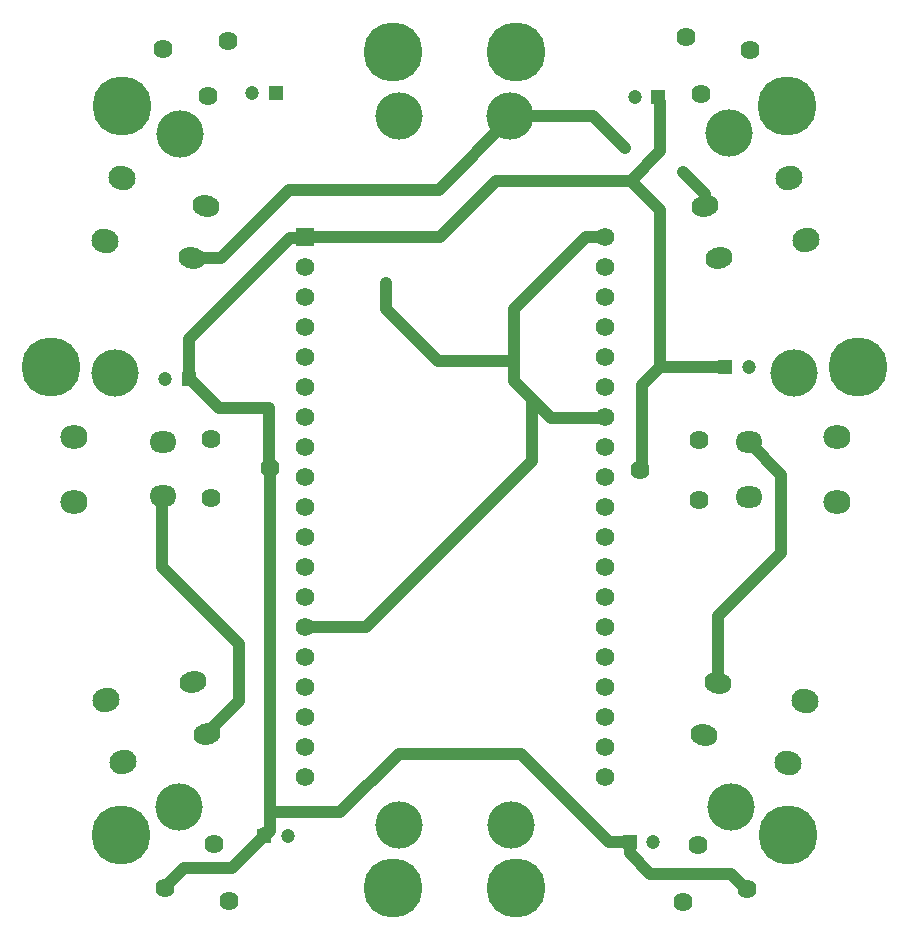
<source format=gbr>
%TF.GenerationSoftware,KiCad,Pcbnew,(6.0.2-0)*%
%TF.CreationDate,2022-03-08T15:03:46+01:00*%
%TF.ProjectId,ESP_aux_breakout,4553505f-6175-4785-9f62-7265616b6f75,rev?*%
%TF.SameCoordinates,Original*%
%TF.FileFunction,Copper,L2,Bot*%
%TF.FilePolarity,Positive*%
%FSLAX46Y46*%
G04 Gerber Fmt 4.6, Leading zero omitted, Abs format (unit mm)*
G04 Created by KiCad (PCBNEW (6.0.2-0)) date 2022-03-08 15:03:46*
%MOMM*%
%LPD*%
G01*
G04 APERTURE LIST*
G04 Aperture macros list*
%AMHorizOval*
0 Thick line with rounded ends*
0 $1 width*
0 $2 $3 position (X,Y) of the first rounded end (center of the circle)*
0 $4 $5 position (X,Y) of the second rounded end (center of the circle)*
0 Add line between two ends*
20,1,$1,$2,$3,$4,$5,0*
0 Add two circle primitives to create the rounded ends*
1,1,$1,$2,$3*
1,1,$1,$4,$5*%
G04 Aperture macros list end*
%TA.AperFunction,ComponentPad*%
%ADD10C,5.000000*%
%TD*%
%TA.AperFunction,ComponentPad*%
%ADD11C,4.000000*%
%TD*%
%TA.AperFunction,ComponentPad*%
%ADD12R,1.200000X1.200000*%
%TD*%
%TA.AperFunction,ComponentPad*%
%ADD13C,1.200000*%
%TD*%
%TA.AperFunction,ComponentPad*%
%ADD14C,1.560000*%
%TD*%
%TA.AperFunction,ComponentPad*%
%ADD15R,1.560000X1.560000*%
%TD*%
%TA.AperFunction,ComponentPad*%
%ADD16HorizOval,2.000000X-0.144889X0.038823X0.144889X-0.038823X0*%
%TD*%
%TA.AperFunction,ComponentPad*%
%ADD17HorizOval,1.800000X-0.241481X0.064705X0.241481X-0.064705X0*%
%TD*%
%TA.AperFunction,ComponentPad*%
%ADD18O,2.300000X2.000000*%
%TD*%
%TA.AperFunction,ComponentPad*%
%ADD19O,2.300000X1.800000*%
%TD*%
%TA.AperFunction,ComponentPad*%
%ADD20HorizOval,2.000000X0.144889X0.038823X-0.144889X-0.038823X0*%
%TD*%
%TA.AperFunction,ComponentPad*%
%ADD21HorizOval,1.800000X0.241481X0.064705X-0.241481X-0.064705X0*%
%TD*%
%TA.AperFunction,ComponentPad*%
%ADD22HorizOval,2.000000X-0.144889X-0.038823X0.144889X0.038823X0*%
%TD*%
%TA.AperFunction,ComponentPad*%
%ADD23HorizOval,1.800000X-0.241481X-0.064705X0.241481X0.064705X0*%
%TD*%
%TA.AperFunction,ComponentPad*%
%ADD24C,1.620000*%
%TD*%
%TA.AperFunction,ViaPad*%
%ADD25C,0.800000*%
%TD*%
%TA.AperFunction,Conductor*%
%ADD26C,1.000000*%
%TD*%
G04 APERTURE END LIST*
D10*
%TO.P,U5,2*%
%TO.N,N/C*%
X163523488Y-47102796D03*
D11*
%TO.P,U5,1*%
%TO.N,Net-(C4-Pad2)*%
X158670000Y-49470000D03*
%TD*%
D12*
%TO.P,C1,1*%
%TO.N,Net-(C1-Pad1)*%
X120280000Y-46010000D03*
D13*
%TO.P,C1,2*%
%TO.N,Net-(C1-Pad2)*%
X118280000Y-46010000D03*
%TD*%
D14*
%TO.P,U1,38*%
%TO.N,Net-(U1-Pad38)*%
X148170000Y-103920000D03*
%TO.P,U1,37*%
%TO.N,Net-(U1-Pad37)*%
X148170000Y-101380000D03*
%TO.P,U1,36*%
%TO.N,Net-(U1-Pad36)*%
X148170000Y-98840000D03*
%TO.P,U1,35*%
%TO.N,Net-(U1-Pad35)*%
X148170000Y-96300000D03*
%TO.P,U1,34*%
%TO.N,Net-(U1-Pad34)*%
X148170000Y-93760000D03*
%TO.P,U1,33*%
%TO.N,Net-(U1-Pad33)*%
X148170000Y-91220000D03*
%TO.P,U1,32*%
%TO.N,Net-(U1-Pad32)*%
X148170000Y-88680000D03*
%TO.P,U1,31*%
%TO.N,Net-(U1-Pad31)*%
X148170000Y-86140000D03*
%TO.P,U1,30*%
%TO.N,Net-(U1-Pad30)*%
X148170000Y-83600000D03*
%TO.P,U1,29*%
%TO.N,Net-(U1-Pad29)*%
X148170000Y-81060000D03*
%TO.P,U1,28*%
%TO.N,Net-(U1-Pad28)*%
X148170000Y-78520000D03*
%TO.P,U1,27*%
%TO.N,Net-(U1-Pad27)*%
X148170000Y-75980000D03*
%TO.P,U1,26*%
%TO.N,Net-(J1-PadS)*%
X148170000Y-73440000D03*
%TO.P,U1,25*%
%TO.N,Net-(U1-Pad25)*%
X148170000Y-70900000D03*
%TO.P,U1,24*%
%TO.N,Net-(U1-Pad24)*%
X148170000Y-68360000D03*
%TO.P,U1,23*%
%TO.N,Net-(U1-Pad23)*%
X148170000Y-65820000D03*
%TO.P,U1,22*%
%TO.N,Net-(U1-Pad22)*%
X148170000Y-63280000D03*
%TO.P,U1,21*%
%TO.N,Net-(U1-Pad21)*%
X148170000Y-60740000D03*
%TO.P,U1,20*%
%TO.N,Net-(J1-PadS)*%
X148170000Y-58200000D03*
%TO.P,U1,18*%
%TO.N,Net-(U1-Pad18)*%
X122770000Y-101380000D03*
%TO.P,U1,17*%
%TO.N,Net-(U1-Pad17)*%
X122770000Y-98840000D03*
%TO.P,U1,16*%
%TO.N,Net-(U1-Pad16)*%
X122770000Y-96300000D03*
%TO.P,U1,15*%
%TO.N,Net-(U1-Pad15)*%
X122770000Y-93760000D03*
%TO.P,U1,14*%
%TO.N,Net-(J1-PadS)*%
X122770000Y-91220000D03*
%TO.P,U1,13*%
%TO.N,Net-(U1-Pad13)*%
X122770000Y-88680000D03*
%TO.P,U1,12*%
%TO.N,Net-(U1-Pad12)*%
X122770000Y-86140000D03*
%TO.P,U1,11*%
%TO.N,Net-(U1-Pad11)*%
X122770000Y-83600000D03*
%TO.P,U1,10*%
%TO.N,Net-(U1-Pad10)*%
X122770000Y-81060000D03*
%TO.P,U1,9*%
%TO.N,Net-(U1-Pad9)*%
X122770000Y-78520000D03*
%TO.P,U1,8*%
%TO.N,Net-(C6-Pad2)*%
X122770000Y-75980000D03*
%TO.P,U1,7*%
%TO.N,Net-(C5-Pad2)*%
X122770000Y-73440000D03*
%TO.P,U1,6*%
%TO.N,Net-(C4-Pad2)*%
X122770000Y-70900000D03*
%TO.P,U1,5*%
%TO.N,Net-(C3-Pad2)*%
X122770000Y-68360000D03*
%TO.P,U1,4*%
%TO.N,Net-(C2-Pad2)*%
X122770000Y-65820000D03*
%TO.P,U1,3*%
%TO.N,Net-(C1-Pad2)*%
X122770000Y-63280000D03*
%TO.P,U1,19*%
%TO.N,Net-(U1-Pad19)*%
X122770000Y-103920000D03*
%TO.P,U1,2*%
%TO.N,Net-(U1-Pad2)*%
X122770000Y-60740000D03*
D15*
%TO.P,U1,1*%
%TO.N,Net-(C1-Pad1)*%
X122770000Y-58200000D03*
%TD*%
D16*
%TO.P,J1,T*%
%TO.N,Net-(C1-Pad2)*%
X107253505Y-53227408D03*
X105830000Y-58540000D03*
D17*
%TO.P,J1,S*%
%TO.N,Net-(J1-PadS)*%
X113190912Y-60046476D03*
%TO.P,J1,R*%
%TO.N,Net-(J1-PadR)*%
X114381480Y-55603217D03*
%TD*%
D12*
%TO.P,C2,1*%
%TO.N,Net-(C1-Pad1)*%
X112880000Y-70270000D03*
D13*
%TO.P,C2,2*%
%TO.N,Net-(C2-Pad2)*%
X110880000Y-70270000D03*
%TD*%
D12*
%TO.P,C3,1*%
%TO.N,Net-(C1-Pad1)*%
X119250000Y-108950000D03*
D13*
%TO.P,C3,2*%
%TO.N,Net-(C3-Pad2)*%
X121250000Y-108950000D03*
%TD*%
D12*
%TO.P,C4,1*%
%TO.N,Net-(C1-Pad1)*%
X152640000Y-46390000D03*
D13*
%TO.P,C4,2*%
%TO.N,Net-(C4-Pad2)*%
X150640000Y-46390000D03*
%TD*%
D12*
%TO.P,C5,1*%
%TO.N,Net-(C1-Pad1)*%
X158320000Y-69210000D03*
D13*
%TO.P,C5,2*%
%TO.N,Net-(C5-Pad2)*%
X160320000Y-69210000D03*
%TD*%
D12*
%TO.P,C6,1*%
%TO.N,Net-(C1-Pad1)*%
X150220000Y-109450000D03*
D13*
%TO.P,C6,2*%
%TO.N,Net-(C6-Pad2)*%
X152220000Y-109450000D03*
%TD*%
D18*
%TO.P,J2,T*%
%TO.N,Net-(C2-Pad2)*%
X103180000Y-75140000D03*
X103180000Y-80640000D03*
D19*
%TO.P,J2,S*%
%TO.N,Net-(J1-PadS)*%
X110680000Y-80190000D03*
%TO.P,J2,R*%
%TO.N,Net-(J2-PadR)*%
X110680000Y-75590000D03*
%TD*%
D20*
%TO.P,J3,T*%
%TO.N,Net-(C3-Pad2)*%
X105866495Y-97407408D03*
X107290000Y-102720000D03*
D21*
%TO.P,J3,S*%
%TO.N,Net-(J1-PadS)*%
X114417975Y-100344191D03*
%TO.P,J3,R*%
%TO.N,Net-(J3-PadR)*%
X113227408Y-95900932D03*
%TD*%
D22*
%TO.P,J4,T*%
%TO.N,Net-(C4-Pad2)*%
X165123505Y-58512592D03*
X163700000Y-53200000D03*
D23*
%TO.P,J4,S*%
%TO.N,Net-(J1-PadS)*%
X156572025Y-55575809D03*
%TO.P,J4,R*%
%TO.N,Net-(J4-PadR)*%
X157762592Y-60019068D03*
%TD*%
D18*
%TO.P,J5,T*%
%TO.N,Net-(C5-Pad2)*%
X167800000Y-80670000D03*
X167800000Y-75170000D03*
D19*
%TO.P,J5,S*%
%TO.N,Net-(J1-PadS)*%
X160300000Y-75620000D03*
%TO.P,J5,R*%
%TO.N,Net-(J5-PadR)*%
X160300000Y-80220000D03*
%TD*%
D16*
%TO.P,J6,T*%
%TO.N,Net-(C6-Pad2)*%
X163656495Y-102802592D03*
X165080000Y-97490000D03*
D17*
%TO.P,J6,S*%
%TO.N,Net-(J1-PadS)*%
X157719088Y-95983524D03*
%TO.P,J6,R*%
%TO.N,Net-(J6-PadR)*%
X156528520Y-100426783D03*
%TD*%
D24*
%TO.P,RV1,3*%
%TO.N,Net-(C1-Pad2)*%
X114529899Y-46338463D03*
%TO.P,RV1,2*%
%TO.N,Net-(C1-Pad1)*%
X110686487Y-42279131D03*
%TO.P,RV1,1*%
%TO.N,Net-(RV1-Pad1)*%
X116240000Y-41640000D03*
%TD*%
%TO.P,RV2,3*%
%TO.N,Net-(C2-Pad2)*%
X114780000Y-75300000D03*
%TO.P,RV2,2*%
%TO.N,Net-(C1-Pad1)*%
X119780000Y-77800000D03*
%TO.P,RV2,1*%
%TO.N,Net-(RV2-Pad1)*%
X114780000Y-80300000D03*
%TD*%
%TO.P,RV3,3*%
%TO.N,Net-(C3-Pad2)*%
X116314095Y-114479629D03*
%TO.P,RV3,2*%
%TO.N,Net-(C1-Pad1)*%
X110837418Y-113358910D03*
%TO.P,RV3,1*%
%TO.N,Net-(RV3-Pad1)*%
X115020000Y-109650000D03*
%TD*%
%TO.P,RV4,3*%
%TO.N,Net-(C4-Pad2)*%
X154955905Y-41280371D03*
%TO.P,RV4,2*%
%TO.N,Net-(C1-Pad1)*%
X160432582Y-42401090D03*
%TO.P,RV4,1*%
%TO.N,Net-(RV4-Pad1)*%
X156250000Y-46110000D03*
%TD*%
%TO.P,RV5,3*%
%TO.N,Net-(C5-Pad2)*%
X156110000Y-80460000D03*
%TO.P,RV5,2*%
%TO.N,Net-(C1-Pad1)*%
X151110000Y-77960000D03*
%TO.P,RV5,1*%
%TO.N,Net-(RV5-Pad1)*%
X156110000Y-75460000D03*
%TD*%
%TO.P,RV6,3*%
%TO.N,Net-(C6-Pad2)*%
X155997418Y-109711090D03*
%TO.P,RV6,2*%
%TO.N,Net-(C1-Pad1)*%
X160180000Y-113420000D03*
%TO.P,RV6,1*%
%TO.N,Net-(RV6-Pad1)*%
X154703323Y-114540719D03*
%TD*%
D10*
%TO.P,U2,2*%
%TO.N,N/C*%
X107256512Y-47112796D03*
D11*
%TO.P,U2,1*%
%TO.N,Net-(C1-Pad2)*%
X112110000Y-49480000D03*
%TD*%
D10*
%TO.P,U3,2*%
%TO.N,N/C*%
X101240549Y-69269359D03*
D11*
%TO.P,U3,1*%
%TO.N,Net-(C2-Pad2)*%
X106620000Y-69740000D03*
%TD*%
D10*
%TO.P,U4,2*%
%TO.N,N/C*%
X107176512Y-108837204D03*
D11*
%TO.P,U4,1*%
%TO.N,Net-(C3-Pad2)*%
X112030000Y-106470000D03*
%TD*%
D10*
%TO.P,U6,2*%
%TO.N,N/C*%
X169519451Y-69269359D03*
D11*
%TO.P,U6,1*%
%TO.N,Net-(C5-Pad2)*%
X164140000Y-69740000D03*
%TD*%
D10*
%TO.P,U7,2*%
%TO.N,N/C*%
X163643488Y-108867204D03*
D11*
%TO.P,U7,1*%
%TO.N,Net-(C6-Pad2)*%
X158790000Y-106500000D03*
%TD*%
D10*
%TO.P,U8,2*%
%TO.N,N/C*%
X130199359Y-42570549D03*
D11*
%TO.P,U8,1*%
%TO.N,Net-(C1-Pad1)*%
X130670000Y-47950000D03*
%TD*%
D10*
%TO.P,U9,2*%
%TO.N,N/C*%
X130189359Y-113359451D03*
D11*
%TO.P,U9,1*%
%TO.N,Net-(U1-Pad19)*%
X130660000Y-107980000D03*
%TD*%
D10*
%TO.P,U10,2*%
%TO.N,N/C*%
X140580641Y-42570549D03*
D11*
%TO.P,U10,1*%
%TO.N,Net-(J1-PadS)*%
X140110000Y-47950000D03*
%TD*%
D10*
%TO.P,U11,2*%
%TO.N,N/C*%
X140610641Y-113359451D03*
D11*
%TO.P,U11,1*%
%TO.N,Net-(J1-PadS)*%
X140140000Y-107980000D03*
%TD*%
D25*
%TO.N,Net-(J1-PadS)*%
X154740000Y-52750000D03*
X149830000Y-50690000D03*
X134120000Y-54170000D03*
X129570000Y-62130000D03*
%TD*%
D26*
%TO.N,Net-(C1-Pad1)*%
X123140000Y-58290000D02*
X121500000Y-58290000D01*
X121500000Y-58290000D02*
X112890000Y-66900000D01*
X112890000Y-66900000D02*
X112890000Y-70150000D01*
X112890000Y-70150000D02*
X115450000Y-72710000D01*
X115450000Y-72710000D02*
X119680000Y-72710000D01*
X119680000Y-72710000D02*
X119680000Y-77820000D01*
X119680000Y-77820000D02*
X119770000Y-77820000D01*
X119770000Y-108500000D02*
X119280000Y-108990000D01*
X119280000Y-108990000D02*
X116590000Y-111680000D01*
X116590000Y-111680000D02*
X112520000Y-111680000D01*
X112520000Y-111680000D02*
X110830000Y-113370000D01*
X119250000Y-108950000D02*
X119250000Y-108700000D01*
X150220000Y-109450000D02*
X148460000Y-109450000D01*
X148460000Y-109450000D02*
X141000000Y-101990000D01*
X141000000Y-101990000D02*
X130650000Y-101990000D01*
X125710000Y-106930000D02*
X119770000Y-106930000D01*
X130650000Y-101990000D02*
X125710000Y-106930000D01*
X119770000Y-106930000D02*
X119770000Y-108500000D01*
X119770000Y-77820000D02*
X119770000Y-106930000D01*
X150220000Y-109450000D02*
X150220000Y-110400000D01*
X150220000Y-110400000D02*
X151950000Y-112130000D01*
X151950000Y-112130000D02*
X158760000Y-112130000D01*
X158760000Y-112130000D02*
X160050000Y-113420000D01*
X160050000Y-113420000D02*
X160130000Y-113420000D01*
X152800000Y-50990000D02*
X152800000Y-46800000D01*
X158320000Y-69210000D02*
X152780000Y-69210000D01*
X152780000Y-55920000D02*
X150325000Y-53465000D01*
X152780000Y-69210000D02*
X152780000Y-55920000D01*
X152800000Y-50990000D02*
X150325000Y-53465000D01*
X150325000Y-53465000D02*
X138905000Y-53465000D01*
X138905000Y-53465000D02*
X134120000Y-58250000D01*
X134120000Y-58250000D02*
X123210000Y-58250000D01*
X151230000Y-70760000D02*
X152780000Y-69210000D01*
X151230000Y-77450000D02*
X151230000Y-70760000D01*
%TO.N,Net-(J1-PadS)*%
X114417975Y-100344191D02*
X114417975Y-100192025D01*
X114417975Y-100192025D02*
X117120000Y-97490000D01*
X117120000Y-97490000D02*
X117120000Y-92710000D01*
X117120000Y-92710000D02*
X110610000Y-86200000D01*
X110610000Y-86200000D02*
X110610000Y-80220000D01*
X113190912Y-60046476D02*
X115583524Y-60046476D01*
X115583524Y-60046476D02*
X121380000Y-54250000D01*
X121380000Y-54250000D02*
X134040000Y-54250000D01*
X134040000Y-54250000D02*
X134120000Y-54170000D01*
X143550000Y-73590000D02*
X148300000Y-73590000D01*
X163049999Y-78369999D02*
X163049999Y-84990001D01*
X160300000Y-75620000D02*
X163049999Y-78369999D01*
X163049999Y-84990001D02*
X157740000Y-90300000D01*
X157740000Y-90300000D02*
X157740000Y-95920000D01*
X141950000Y-71990000D02*
X141950000Y-77210000D01*
X140390000Y-70430000D02*
X141950000Y-71990000D01*
X141950000Y-71990000D02*
X143550000Y-73590000D01*
X141950000Y-77210000D02*
X127910000Y-91250000D01*
X127910000Y-91250000D02*
X123160000Y-91250000D01*
X123160000Y-91250000D02*
X123110000Y-91300000D01*
X156572025Y-55575809D02*
X156572025Y-54582025D01*
X156572025Y-54582025D02*
X154740000Y-52750000D01*
X140110000Y-47950000D02*
X147090000Y-47950000D01*
X147090000Y-47950000D02*
X149830000Y-50690000D01*
X154740000Y-52750000D02*
X154740000Y-52750000D01*
X149830000Y-50690000D02*
X149830000Y-50690000D01*
X134120000Y-54170000D02*
X140130000Y-48160000D01*
X129570000Y-62130000D02*
X129570000Y-64310000D01*
X134010000Y-68750000D02*
X140390000Y-68750000D01*
X140390000Y-68750000D02*
X140390000Y-70430000D01*
X129570000Y-64310000D02*
X134010000Y-68750000D01*
X140390000Y-66440000D02*
X140390000Y-68750000D01*
X148170000Y-58200000D02*
X146510000Y-58200000D01*
X140390000Y-64320000D02*
X140390000Y-66440000D01*
X146510000Y-58200000D02*
X140390000Y-64320000D01*
%TD*%
M02*

</source>
